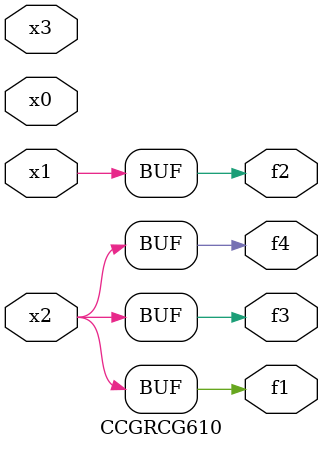
<source format=v>
module CCGRCG610(
	input x0, x1, x2, x3,
	output f1, f2, f3, f4
);
	assign f1 = x2;
	assign f2 = x1;
	assign f3 = x2;
	assign f4 = x2;
endmodule

</source>
